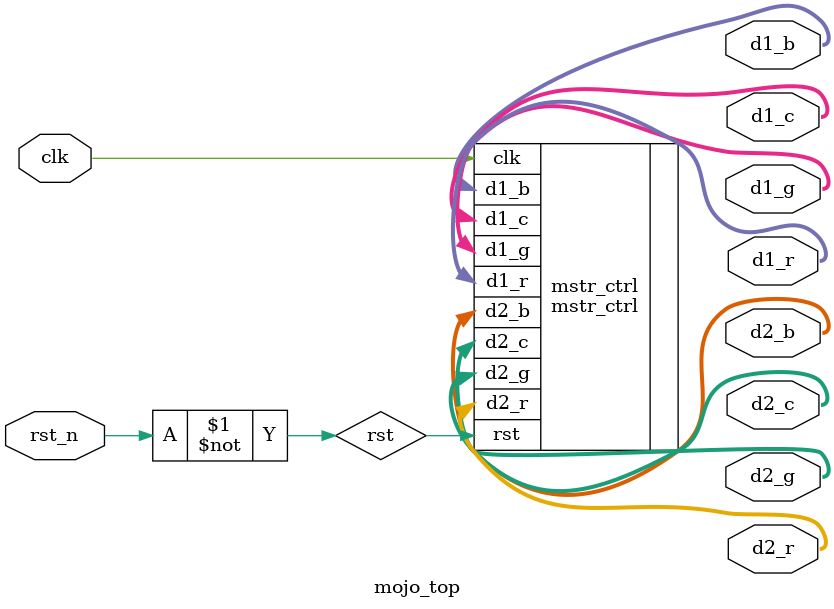
<source format=v>
module mojo_top(
	input clk,
	input rst_n,

	output [7:0]d1_c,
	output [7:0]d1_r,
	output [7:0]d1_g,
	output [7:0]d1_b,
	output [7:0]d2_c,
	output [7:0]d2_r,
	output [7:0]d2_g,
	output [7:0]d2_b
);

wire rst = ~rst_n;

mstr_ctrl mstr_ctrl (
	.clk(clk),
	.rst(rst),
	.d1_c(d1_c),
	.d1_r(d1_r),
	.d1_g(d1_g),
	.d1_b(d1_b),
	.d2_c(d2_c),
	.d2_r(d2_r),
	.d2_g(d2_g),
	.d2_b(d2_b)
);

endmodule

</source>
